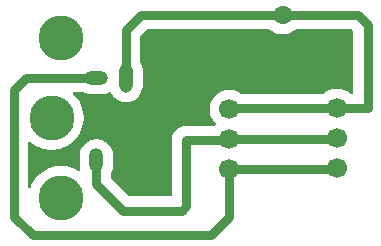
<source format=gbl>
G04 #@! TF.GenerationSoftware,KiCad,Pcbnew,9.0.2*
G04 #@! TF.CreationDate,2025-08-22T15:03:04+02:00*
G04 #@! TF.ProjectId,Z80-SBC_Adapter,5a38302d-5342-4435-9f41-646170746572,rev?*
G04 #@! TF.SameCoordinates,PX65e66d0PY5573000*
G04 #@! TF.FileFunction,Copper,L2,Bot*
G04 #@! TF.FilePolarity,Positive*
%FSLAX46Y46*%
G04 Gerber Fmt 4.6, Leading zero omitted, Abs format (unit mm)*
G04 Created by KiCad (PCBNEW 9.0.2) date 2025-08-22 15:03:04*
%MOMM*%
%LPD*%
G01*
G04 APERTURE LIST*
G04 #@! TA.AperFunction,ComponentPad*
%ADD10C,1.600000*%
G04 #@! TD*
G04 #@! TA.AperFunction,ComponentPad*
%ADD11R,1.700000X1.700000*%
G04 #@! TD*
G04 #@! TA.AperFunction,ComponentPad*
%ADD12C,1.700000*%
G04 #@! TD*
G04 #@! TA.AperFunction,ComponentPad*
%ADD13C,1.000000*%
G04 #@! TD*
G04 #@! TA.AperFunction,ComponentPad*
%ADD14O,1.200000X2.000000*%
G04 #@! TD*
G04 #@! TA.AperFunction,ComponentPad*
%ADD15O,2.000000X1.200000*%
G04 #@! TD*
G04 #@! TA.AperFunction,ComponentPad*
%ADD16O,1.200000X2.500000*%
G04 #@! TD*
G04 #@! TA.AperFunction,ComponentPad*
%ADD17C,3.810000*%
G04 #@! TD*
G04 #@! TA.AperFunction,Conductor*
%ADD18C,0.800000*%
G04 #@! TD*
G04 APERTURE END LIST*
D10*
X24250000Y17500000D03*
X24250000Y20000000D03*
D11*
X28850000Y14670000D03*
D12*
X28850000Y12130000D03*
X28850000Y9590000D03*
X28850000Y7050000D03*
D13*
X8500000Y10000000D03*
X8500000Y12600000D03*
D14*
X8500000Y7700000D03*
D15*
X8500000Y14700000D03*
D16*
X11000000Y7900000D03*
X11000000Y14700000D03*
D17*
X5500000Y4550000D03*
X5500000Y18050000D03*
X4700000Y11300000D03*
D11*
X19750000Y14570000D03*
D12*
X19750000Y12030000D03*
X19750000Y9490000D03*
X19750000Y6950000D03*
D18*
X23000000Y12100000D02*
X19820000Y12100000D01*
X19820000Y12100000D02*
X19750000Y12030000D01*
X28820000Y12100000D02*
X28850000Y12130000D01*
X23000000Y12100000D02*
X28820000Y12100000D01*
X24250000Y20000000D02*
X30600000Y20000000D01*
X11000000Y18750000D02*
X12250000Y20000000D01*
X11000000Y14700000D02*
X11000000Y18750000D01*
X30600000Y20000000D02*
X31450000Y19150000D01*
X31450000Y19150000D02*
X31450000Y12150000D01*
X31450000Y12150000D02*
X28870000Y12150000D01*
X12250000Y20000000D02*
X24250000Y20000000D01*
X28870000Y12150000D02*
X28850000Y12130000D01*
X8500000Y7900000D02*
X8500000Y5700000D01*
X15750000Y3450000D02*
X16100000Y3800000D01*
X19750000Y9490000D02*
X28750000Y9490000D01*
X10750000Y3450000D02*
X15750000Y3450000D01*
X19710000Y9450000D02*
X19750000Y9490000D01*
X16100000Y3800000D02*
X16100000Y9450000D01*
X28750000Y9490000D02*
X28850000Y9590000D01*
X8500000Y5700000D02*
X10750000Y3450000D01*
X16100000Y9450000D02*
X19710000Y9450000D01*
X1500000Y2950000D02*
X3100000Y1350000D01*
X3100000Y1350000D02*
X18200000Y1350000D01*
X19750000Y2900000D02*
X19750000Y6950000D01*
X19750000Y6950000D02*
X28750000Y6950000D01*
X1500000Y13700000D02*
X1500000Y2950000D01*
X8500000Y14700000D02*
X2500000Y14700000D01*
X18200000Y1350000D02*
X19750000Y2900000D01*
X2500000Y14700000D02*
X1500000Y13700000D01*
X28750000Y6950000D02*
X28850000Y7050000D01*
G04 #@! TA.AperFunction,Conductor*
G36*
X23206161Y18779815D02*
G01*
X23212007Y18775818D01*
X23381415Y18652737D01*
X23411155Y18631130D01*
X23554184Y18558253D01*
X23635616Y18516761D01*
X23635618Y18516761D01*
X23635621Y18516759D01*
X23875215Y18438910D01*
X24124038Y18399500D01*
X24124039Y18399500D01*
X24375961Y18399500D01*
X24375962Y18399500D01*
X24624785Y18438910D01*
X24864379Y18516759D01*
X25088845Y18631130D01*
X25172168Y18691669D01*
X25287993Y18775818D01*
X25353799Y18799298D01*
X25360878Y18799500D01*
X30051373Y18799500D01*
X30080809Y18790857D01*
X30110799Y18784333D01*
X30115816Y18780578D01*
X30118412Y18779815D01*
X30139054Y18763182D01*
X30213181Y18689056D01*
X30246666Y18627733D01*
X30249500Y18601374D01*
X30249500Y13474500D01*
X30229815Y13407461D01*
X30177011Y13361706D01*
X30125500Y13350500D01*
X30015022Y13350500D01*
X29947983Y13370185D01*
X29927341Y13386819D01*
X29925231Y13388929D01*
X29925225Y13388934D01*
X29715054Y13541632D01*
X29715053Y13541633D01*
X29715051Y13541634D01*
X29642764Y13578466D01*
X29483576Y13659578D01*
X29236493Y13739860D01*
X28979902Y13780500D01*
X28979897Y13780500D01*
X28720103Y13780500D01*
X28720098Y13780500D01*
X28463506Y13739860D01*
X28216423Y13659578D01*
X27984945Y13541632D01*
X27774774Y13388934D01*
X27774768Y13388929D01*
X27722659Y13336819D01*
X27661336Y13303334D01*
X27634978Y13300500D01*
X20849596Y13300500D01*
X20782557Y13320185D01*
X20776711Y13324182D01*
X20615054Y13441632D01*
X20615053Y13441633D01*
X20615051Y13441634D01*
X20523207Y13488431D01*
X20383576Y13559578D01*
X20136493Y13639860D01*
X19879902Y13680500D01*
X19879897Y13680500D01*
X19620103Y13680500D01*
X19620098Y13680500D01*
X19363506Y13639860D01*
X19116423Y13559578D01*
X18884945Y13441632D01*
X18674774Y13288934D01*
X18674768Y13288929D01*
X18491071Y13105232D01*
X18491066Y13105226D01*
X18338368Y12895055D01*
X18220422Y12663577D01*
X18140140Y12416494D01*
X18099500Y12159903D01*
X18099500Y11900098D01*
X18140140Y11643507D01*
X18220422Y11396424D01*
X18260098Y11318557D01*
X18319296Y11202375D01*
X18338368Y11164946D01*
X18491066Y10954775D01*
X18491071Y10954769D01*
X18583659Y10862181D01*
X18617144Y10800858D01*
X18612160Y10731166D01*
X18570288Y10675233D01*
X18504824Y10650816D01*
X18495978Y10650500D01*
X16005514Y10650500D01*
X15818881Y10620941D01*
X15639163Y10562546D01*
X15470800Y10476760D01*
X15440921Y10455051D01*
X15317927Y10365690D01*
X15317925Y10365688D01*
X15317924Y10365688D01*
X15184312Y10232076D01*
X15184312Y10232075D01*
X15184310Y10232073D01*
X15178134Y10223572D01*
X15073240Y10079200D01*
X14987454Y9910837D01*
X14929059Y9731119D01*
X14899500Y9544487D01*
X14899500Y4774500D01*
X14879815Y4707461D01*
X14827011Y4661706D01*
X14775500Y4650500D01*
X11298625Y4650500D01*
X11231586Y4670185D01*
X11210944Y4686819D01*
X9736819Y6160945D01*
X9703334Y6222268D01*
X9700500Y6248626D01*
X9700500Y6541478D01*
X9714016Y6597774D01*
X9797893Y6762389D01*
X9797896Y6762397D01*
X9816644Y6820098D01*
X9866015Y6972049D01*
X9900500Y7189778D01*
X9900500Y8210222D01*
X9866015Y8427951D01*
X9811901Y8594500D01*
X9797896Y8637604D01*
X9797895Y8637607D01*
X9763237Y8705625D01*
X9697815Y8834022D01*
X9681260Y8856808D01*
X9568247Y9012359D01*
X9568243Y9012364D01*
X9412363Y9168244D01*
X9412358Y9168248D01*
X9234025Y9297813D01*
X9234024Y9297814D01*
X9234022Y9297815D01*
X9171096Y9329878D01*
X9037606Y9397896D01*
X9037603Y9397897D01*
X8827952Y9466015D01*
X8719086Y9483258D01*
X8610222Y9500500D01*
X8389778Y9500500D01*
X8317201Y9489005D01*
X8172047Y9466015D01*
X7962396Y9397897D01*
X7962393Y9397896D01*
X7765974Y9297813D01*
X7587641Y9168248D01*
X7587636Y9168244D01*
X7431756Y9012364D01*
X7431752Y9012359D01*
X7302187Y8834026D01*
X7202104Y8637607D01*
X7202103Y8637604D01*
X7133985Y8427953D01*
X7099500Y8210222D01*
X7099500Y7189779D01*
X7133983Y6972056D01*
X7134647Y6969293D01*
X7134592Y6968211D01*
X7134747Y6967237D01*
X7134542Y6967205D01*
X7131154Y6899511D01*
X7090489Y6842694D01*
X7025562Y6816883D01*
X6956987Y6830270D01*
X6948101Y6835355D01*
X6810766Y6921647D01*
X6810765Y6921648D01*
X6536984Y7053494D01*
X6250170Y7153855D01*
X6250158Y7153859D01*
X6021520Y7206044D01*
X5953902Y7221477D01*
X5953899Y7221478D01*
X5953887Y7221480D01*
X5651944Y7255500D01*
X5651938Y7255500D01*
X5348062Y7255500D01*
X5348055Y7255500D01*
X5046112Y7221480D01*
X5046098Y7221477D01*
X4749841Y7153859D01*
X4749829Y7153855D01*
X4463015Y7053494D01*
X4189238Y6921650D01*
X3931939Y6759978D01*
X3694359Y6570515D01*
X3479485Y6355641D01*
X3290022Y6118061D01*
X3128350Y5860762D01*
X2996506Y5586985D01*
X2941541Y5429904D01*
X2900820Y5373128D01*
X2835867Y5347381D01*
X2767305Y5360837D01*
X2716902Y5409225D01*
X2700500Y5470859D01*
X2700500Y9176595D01*
X2720185Y9243634D01*
X2772989Y9289389D01*
X2842147Y9299333D01*
X2901811Y9273543D01*
X3131938Y9090023D01*
X3389236Y8928352D01*
X3663019Y8796505D01*
X3867515Y8724949D01*
X3949829Y8696146D01*
X3949841Y8696142D01*
X4246098Y8628523D01*
X4246107Y8628522D01*
X4246112Y8628521D01*
X4447407Y8605841D01*
X4548056Y8594501D01*
X4548059Y8594500D01*
X4548062Y8594500D01*
X4851941Y8594500D01*
X4851942Y8594501D01*
X5006262Y8611889D01*
X5153887Y8628521D01*
X5153890Y8628522D01*
X5153902Y8628523D01*
X5450159Y8696142D01*
X5736981Y8796505D01*
X6010764Y8928352D01*
X6268062Y9090023D01*
X6505641Y9279486D01*
X6720514Y9494359D01*
X6909977Y9731938D01*
X7071648Y9989236D01*
X7203495Y10263019D01*
X7303858Y10549841D01*
X7371477Y10846098D01*
X7371797Y10848931D01*
X7405499Y11148056D01*
X7405500Y11148060D01*
X7405500Y11451941D01*
X7405499Y11451945D01*
X7371479Y11753888D01*
X7371478Y11753893D01*
X7371477Y11753902D01*
X7303858Y12050159D01*
X7301982Y12055519D01*
X7265457Y12159903D01*
X7203495Y12336981D01*
X7071648Y12610764D01*
X6909977Y12868062D01*
X6720514Y13105641D01*
X6538336Y13287819D01*
X6504851Y13349142D01*
X6509835Y13418834D01*
X6551707Y13474767D01*
X6617171Y13499184D01*
X6626017Y13499500D01*
X7341477Y13499500D01*
X7397772Y13485985D01*
X7562393Y13402105D01*
X7562396Y13402104D01*
X7602946Y13388929D01*
X7772049Y13333985D01*
X7989778Y13299500D01*
X7989779Y13299500D01*
X9010221Y13299500D01*
X9010222Y13299500D01*
X9227951Y13333985D01*
X9437606Y13402105D01*
X9581717Y13475535D01*
X9650385Y13488431D01*
X9715126Y13462155D01*
X9748496Y13421346D01*
X9802185Y13315977D01*
X9931752Y13137642D01*
X9931756Y13137637D01*
X10087636Y12981757D01*
X10087641Y12981753D01*
X10243192Y12868740D01*
X10265978Y12852185D01*
X10394375Y12786763D01*
X10462393Y12752105D01*
X10462396Y12752104D01*
X10567221Y12718045D01*
X10672049Y12683985D01*
X10889778Y12649500D01*
X10889779Y12649500D01*
X11110221Y12649500D01*
X11110222Y12649500D01*
X11327951Y12683985D01*
X11537606Y12752105D01*
X11734022Y12852185D01*
X11912365Y12981758D01*
X12068242Y13137635D01*
X12197815Y13315978D01*
X12297895Y13512394D01*
X12366015Y13722049D01*
X12400500Y13939778D01*
X12400500Y15460222D01*
X12366015Y15677951D01*
X12297895Y15887606D01*
X12297895Y15887607D01*
X12214015Y16052229D01*
X12200500Y16108524D01*
X12200500Y18201374D01*
X12220185Y18268413D01*
X12236819Y18289055D01*
X12710945Y18763181D01*
X12772268Y18796666D01*
X12798626Y18799500D01*
X23139122Y18799500D01*
X23206161Y18779815D01*
G37*
G04 #@! TD.AperFunction*
M02*

</source>
